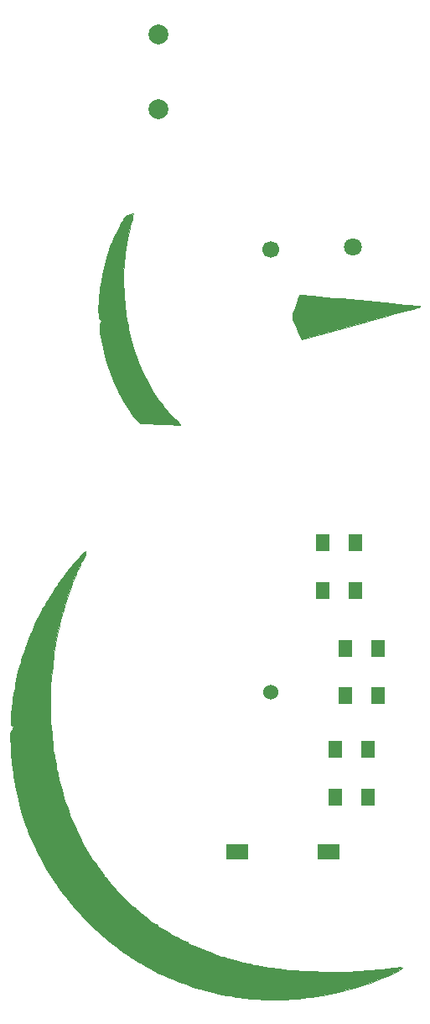
<source format=gbr>
G04 #@! TF.FileFunction,Soldermask,Top*
%FSLAX46Y46*%
G04 Gerber Fmt 4.6, Leading zero omitted, Abs format (unit mm)*
G04 Created by KiCad (PCBNEW 4.0.4-stable) date 12/07/16 00:33:37*
%MOMM*%
%LPD*%
G01*
G04 APERTURE LIST*
%ADD10C,0.100000*%
%ADD11C,0.010000*%
%ADD12C,1.700000*%
%ADD13C,1.524000*%
%ADD14R,1.400000X1.800000*%
%ADD15C,2.000000*%
%ADD16R,2.180000X1.600000*%
%ADD17C,1.800000*%
G04 APERTURE END LIST*
D10*
D11*
G36*
X207387615Y-115440739D02*
X207661062Y-115462928D01*
X208066503Y-115498023D01*
X208587623Y-115544481D01*
X209208106Y-115600758D01*
X209911636Y-115665313D01*
X210681899Y-115736601D01*
X211502577Y-115813079D01*
X212357355Y-115893204D01*
X213229917Y-115975433D01*
X214103948Y-116058223D01*
X214963131Y-116140030D01*
X215791152Y-116219312D01*
X216571693Y-116294524D01*
X217288440Y-116364125D01*
X217925076Y-116426570D01*
X218465286Y-116480317D01*
X218892753Y-116523822D01*
X219191163Y-116555542D01*
X219344199Y-116573934D01*
X219361224Y-116577336D01*
X219366944Y-116646578D01*
X219281479Y-116672741D01*
X219045448Y-116739465D01*
X218671780Y-116843215D01*
X218173398Y-116980455D01*
X217563229Y-117147648D01*
X216854199Y-117341260D01*
X216059235Y-117557754D01*
X215191261Y-117793594D01*
X214263204Y-118045245D01*
X213378464Y-118284706D01*
X207425262Y-119894589D01*
X207040910Y-119081961D01*
X206814343Y-118607563D01*
X206649553Y-118255077D01*
X206543044Y-117990165D01*
X206491317Y-117778494D01*
X206490875Y-117585727D01*
X206538221Y-117377529D01*
X206629857Y-117119564D01*
X206762286Y-116777498D01*
X206796914Y-116686577D01*
X206942421Y-116293036D01*
X207062743Y-115950906D01*
X207146315Y-115694313D01*
X207181566Y-115557379D01*
X207182000Y-115550635D01*
X207228487Y-115444075D01*
X207262480Y-115433000D01*
X207387615Y-115440739D01*
X207387615Y-115440739D01*
G37*
X207387615Y-115440739D02*
X207661062Y-115462928D01*
X208066503Y-115498023D01*
X208587623Y-115544481D01*
X209208106Y-115600758D01*
X209911636Y-115665313D01*
X210681899Y-115736601D01*
X211502577Y-115813079D01*
X212357355Y-115893204D01*
X213229917Y-115975433D01*
X214103948Y-116058223D01*
X214963131Y-116140030D01*
X215791152Y-116219312D01*
X216571693Y-116294524D01*
X217288440Y-116364125D01*
X217925076Y-116426570D01*
X218465286Y-116480317D01*
X218892753Y-116523822D01*
X219191163Y-116555542D01*
X219344199Y-116573934D01*
X219361224Y-116577336D01*
X219366944Y-116646578D01*
X219281479Y-116672741D01*
X219045448Y-116739465D01*
X218671780Y-116843215D01*
X218173398Y-116980455D01*
X217563229Y-117147648D01*
X216854199Y-117341260D01*
X216059235Y-117557754D01*
X215191261Y-117793594D01*
X214263204Y-118045245D01*
X213378464Y-118284706D01*
X207425262Y-119894589D01*
X207040910Y-119081961D01*
X206814343Y-118607563D01*
X206649553Y-118255077D01*
X206543044Y-117990165D01*
X206491317Y-117778494D01*
X206490875Y-117585727D01*
X206538221Y-117377529D01*
X206629857Y-117119564D01*
X206762286Y-116777498D01*
X206796914Y-116686577D01*
X206942421Y-116293036D01*
X207062743Y-115950906D01*
X207146315Y-115694313D01*
X207181566Y-115557379D01*
X207182000Y-115550635D01*
X207228487Y-115444075D01*
X207262480Y-115433000D01*
X207387615Y-115440739D01*
G36*
X185613536Y-141265040D02*
X185630195Y-141283407D01*
X185633460Y-141415745D01*
X185573087Y-141639814D01*
X185470277Y-141900796D01*
X185346230Y-142143874D01*
X185237947Y-142297667D01*
X185137147Y-142474627D01*
X185116999Y-142577325D01*
X185071446Y-142734582D01*
X184957239Y-142953957D01*
X184905333Y-143034813D01*
X184776780Y-143236930D01*
X184701669Y-143380039D01*
X184693666Y-143408812D01*
X184660882Y-143513794D01*
X184575844Y-143722380D01*
X184481999Y-143934066D01*
X184368622Y-144196225D01*
X184291805Y-144401190D01*
X184270333Y-144488057D01*
X184234154Y-144635696D01*
X184194358Y-144726316D01*
X184057076Y-145038936D01*
X183895764Y-145485338D01*
X183721712Y-146033691D01*
X183676748Y-146185667D01*
X183581763Y-146505673D01*
X183499831Y-146771782D01*
X183446441Y-146933886D01*
X183441249Y-146947667D01*
X183388340Y-147112149D01*
X183378429Y-147159334D01*
X183337179Y-147351849D01*
X183272262Y-147585673D01*
X183207471Y-147778964D01*
X183181508Y-147836667D01*
X183123183Y-147995662D01*
X183113607Y-148043736D01*
X183099245Y-148123191D01*
X183069997Y-148262905D01*
X183020938Y-148484922D01*
X182947144Y-148811285D01*
X182843692Y-149264040D01*
X182743786Y-149699334D01*
X182652260Y-150123669D01*
X182561152Y-150590739D01*
X182478468Y-151054503D01*
X182412215Y-151468916D01*
X182370398Y-151787937D01*
X182360979Y-151900667D01*
X182350411Y-152073892D01*
X182334079Y-152269493D01*
X182308482Y-152521171D01*
X182270118Y-152862624D01*
X182215486Y-153327551D01*
X182193825Y-153509334D01*
X182156099Y-153788079D01*
X182116152Y-154031294D01*
X182110629Y-154059667D01*
X182095296Y-154222324D01*
X182082736Y-154525831D01*
X182072968Y-154941728D01*
X182066008Y-155441554D01*
X182061876Y-155996848D01*
X182060589Y-156579149D01*
X182062163Y-157159997D01*
X182066618Y-157710932D01*
X182073971Y-158203491D01*
X182084239Y-158609216D01*
X182097441Y-158899645D01*
X182107544Y-159012667D01*
X182182585Y-159600990D01*
X182245237Y-160142321D01*
X182292304Y-160605517D01*
X182320586Y-160959439D01*
X182327425Y-161154258D01*
X182344005Y-161321330D01*
X182391023Y-161603889D01*
X182459874Y-161952651D01*
X182495704Y-162118135D01*
X182566567Y-162456817D01*
X182614709Y-162728088D01*
X182633738Y-162893480D01*
X182629805Y-162925084D01*
X182626351Y-163022872D01*
X182668032Y-163210938D01*
X182674047Y-163231207D01*
X182770847Y-163576376D01*
X182846845Y-163922583D01*
X182878583Y-164092667D01*
X182929064Y-164319740D01*
X183008279Y-164623901D01*
X183061854Y-164812334D01*
X183140976Y-165090708D01*
X183199228Y-165314572D01*
X183218632Y-165405000D01*
X183285799Y-165697337D01*
X183412656Y-166113766D01*
X183587946Y-166624628D01*
X183800412Y-167200261D01*
X184038797Y-167811004D01*
X184291844Y-168427197D01*
X184548295Y-169019178D01*
X184785634Y-169533812D01*
X184950761Y-169881603D01*
X185084862Y-170169415D01*
X185173275Y-170365411D01*
X185201666Y-170437080D01*
X185246929Y-170553246D01*
X185371305Y-170782140D01*
X185557670Y-171097161D01*
X185788903Y-171471708D01*
X186047883Y-171879178D01*
X186317487Y-172292971D01*
X186580593Y-172686484D01*
X186820080Y-173033116D01*
X187018826Y-173306267D01*
X187159709Y-173479333D01*
X187159981Y-173479625D01*
X187277101Y-173626491D01*
X187318333Y-173713936D01*
X187370440Y-173814640D01*
X187497058Y-173972297D01*
X187508833Y-173985211D01*
X187682225Y-174183279D01*
X187887181Y-174430255D01*
X187953333Y-174512792D01*
X188169020Y-174772978D01*
X188446659Y-175090127D01*
X188765517Y-175442486D01*
X189104861Y-175808301D01*
X189443958Y-176165816D01*
X189762076Y-176493278D01*
X190038482Y-176768934D01*
X190252443Y-176971028D01*
X190383226Y-177077807D01*
X190408590Y-177089000D01*
X190498815Y-177141198D01*
X190658861Y-177271424D01*
X190714930Y-177321834D01*
X190989783Y-177572957D01*
X191168099Y-177729772D01*
X191276804Y-177813859D01*
X191342828Y-177846797D01*
X191375277Y-177851000D01*
X191477160Y-177914515D01*
X191481111Y-177923186D01*
X191565007Y-178020987D01*
X191747641Y-178184692D01*
X191989195Y-178382854D01*
X192249855Y-178584027D01*
X192489803Y-178756766D01*
X192669223Y-178869625D01*
X192697009Y-178883473D01*
X192851343Y-178976978D01*
X192906333Y-179049924D01*
X192969657Y-179120208D01*
X192980742Y-179121000D01*
X193084124Y-179162127D01*
X193284226Y-179267642D01*
X193535083Y-179410743D01*
X193790730Y-179564631D01*
X194005203Y-179702503D01*
X194115557Y-179782687D01*
X194246973Y-179868997D01*
X194474073Y-179997405D01*
X194761583Y-180150223D01*
X195074228Y-180309759D01*
X195376735Y-180458326D01*
X195633828Y-180578233D01*
X195810233Y-180651791D01*
X195870963Y-180662990D01*
X195906987Y-180660973D01*
X195934463Y-180695680D01*
X196056294Y-180792385D01*
X196302888Y-180929025D01*
X196639171Y-181089625D01*
X197030068Y-181258211D01*
X197440506Y-181418809D01*
X197790548Y-181541019D01*
X198127062Y-181657875D01*
X198420959Y-181773132D01*
X198618236Y-181865312D01*
X198642500Y-181879835D01*
X198780659Y-181952453D01*
X198833000Y-181948918D01*
X198884662Y-181943572D01*
X198938833Y-181979388D01*
X199070499Y-182039723D01*
X199316042Y-182117493D01*
X199623423Y-182196300D01*
X199637333Y-182199485D01*
X200018732Y-182296946D01*
X200409159Y-182413394D01*
X200672701Y-182504701D01*
X200990206Y-182612445D01*
X201302526Y-182696014D01*
X201434701Y-182721326D01*
X201699668Y-182759858D01*
X201922032Y-182792261D01*
X201939996Y-182794884D01*
X202160124Y-182846587D01*
X202363330Y-182914211D01*
X202544457Y-182963715D01*
X202854076Y-183027375D01*
X203252611Y-183098691D01*
X203700485Y-183171167D01*
X204158122Y-183238304D01*
X204585944Y-183293603D01*
X204844333Y-183321582D01*
X205161249Y-183358617D01*
X205528887Y-183410544D01*
X205691000Y-183436422D01*
X206067337Y-183484906D01*
X206472968Y-183515960D01*
X206622333Y-183520873D01*
X206950911Y-183532208D01*
X207261754Y-183553940D01*
X207384333Y-183567461D01*
X207556416Y-183581375D01*
X207867772Y-183597211D01*
X208288365Y-183613818D01*
X208788163Y-183630044D01*
X209337131Y-183644741D01*
X209501000Y-183648547D01*
X210038759Y-183661082D01*
X210517457Y-183673166D01*
X210911894Y-183684087D01*
X211196867Y-183693132D01*
X211347174Y-183699589D01*
X211363666Y-183701195D01*
X211462151Y-183705476D01*
X211565725Y-183697761D01*
X211799004Y-183683134D01*
X212122615Y-183664009D01*
X212351151Y-183650962D01*
X212753422Y-183624997D01*
X213131198Y-183594884D01*
X213426115Y-183565504D01*
X213520854Y-183553134D01*
X213778377Y-183522924D01*
X214128960Y-183492748D01*
X214494521Y-183469266D01*
X215065915Y-183434029D01*
X215572541Y-183387990D01*
X216118959Y-183321448D01*
X216189666Y-183311962D01*
X216630921Y-183259269D01*
X217026052Y-183224878D01*
X217344412Y-183210229D01*
X217555353Y-183216759D01*
X217628347Y-183244463D01*
X217551838Y-183330490D01*
X217337856Y-183464955D01*
X217008027Y-183638311D01*
X216583973Y-183841009D01*
X216087318Y-184063502D01*
X215539685Y-184296242D01*
X214962700Y-184529680D01*
X214377984Y-184754268D01*
X213807162Y-184960459D01*
X213522666Y-185057350D01*
X212809222Y-185277412D01*
X212008346Y-185495456D01*
X211164916Y-185701387D01*
X210323810Y-185885112D01*
X209529906Y-186036538D01*
X208828082Y-186145570D01*
X208527333Y-186180872D01*
X208247330Y-186209970D01*
X207896231Y-186247628D01*
X207680666Y-186271256D01*
X206950094Y-186348676D01*
X206341130Y-186404001D01*
X205807870Y-186439908D01*
X205304413Y-186459071D01*
X204784853Y-186464168D01*
X204421000Y-186461260D01*
X203925651Y-186451128D01*
X203438251Y-186434856D01*
X203009259Y-186414530D01*
X202689135Y-186392237D01*
X202643000Y-186387766D01*
X202233628Y-186345962D01*
X201784419Y-186301282D01*
X201542333Y-186277775D01*
X201156362Y-186233647D01*
X200752352Y-186176534D01*
X200526333Y-186138470D01*
X200212258Y-186080736D01*
X199925313Y-186029104D01*
X199806666Y-186008340D01*
X199471310Y-185942742D01*
X199005106Y-185839701D01*
X198440484Y-185706642D01*
X197817000Y-185552784D01*
X197476515Y-185467422D01*
X197190209Y-185396348D01*
X197004444Y-185351045D01*
X196970333Y-185343082D01*
X196857949Y-185310958D01*
X196843333Y-185301667D01*
X196775367Y-185274622D01*
X196716333Y-185259593D01*
X196468033Y-185186661D01*
X196100005Y-185057981D01*
X195642683Y-184886091D01*
X195126502Y-184683531D01*
X194581896Y-184462840D01*
X194039302Y-184236557D01*
X193529154Y-184017223D01*
X193081886Y-183817376D01*
X192727933Y-183649555D01*
X192497732Y-183526300D01*
X192475845Y-183512489D01*
X192275489Y-183392900D01*
X192007583Y-183246498D01*
X191890333Y-183185864D01*
X191662867Y-183064589D01*
X191505304Y-182969282D01*
X191467000Y-182938456D01*
X191370399Y-182875098D01*
X191172260Y-182775142D01*
X191044476Y-182716997D01*
X190729771Y-182554724D01*
X190408350Y-182353540D01*
X190324809Y-182293296D01*
X190036698Y-182086905D01*
X189730504Y-181884019D01*
X189646666Y-181832098D01*
X189436345Y-181700005D01*
X189293916Y-181601106D01*
X189265666Y-181576365D01*
X189183446Y-181508604D01*
X188993693Y-181364896D01*
X188726596Y-181167819D01*
X188478195Y-180987395D01*
X188162132Y-180753087D01*
X187892072Y-180541382D01*
X187701721Y-180379377D01*
X187631528Y-180306766D01*
X187517876Y-180185936D01*
X187312015Y-179999434D01*
X187055834Y-179784986D01*
X187022000Y-179757806D01*
X186797069Y-179563911D01*
X186488100Y-179278624D01*
X186127311Y-178933673D01*
X185746921Y-178560783D01*
X185379149Y-178191683D01*
X185056211Y-177858098D01*
X184810328Y-177591757D01*
X184741751Y-177512334D01*
X184174125Y-176820830D01*
X183618796Y-176120531D01*
X183093575Y-175435375D01*
X182616273Y-174789303D01*
X182204701Y-174206255D01*
X181876670Y-173710169D01*
X181718203Y-173448334D01*
X181453874Y-172973249D01*
X181168838Y-172435686D01*
X180875707Y-171861990D01*
X180587093Y-171278509D01*
X180315606Y-170711588D01*
X180073858Y-170187575D01*
X179874460Y-169732816D01*
X179730024Y-169373656D01*
X179653160Y-169136444D01*
X179652188Y-169132188D01*
X179611500Y-168997288D01*
X179527955Y-168748533D01*
X179416868Y-168431097D01*
X179370711Y-168302110D01*
X179263095Y-167998155D01*
X179173907Y-167729401D01*
X179093474Y-167460271D01*
X179012123Y-167155187D01*
X178920181Y-166778571D01*
X178807975Y-166294846D01*
X178721147Y-165913000D01*
X178632812Y-165520846D01*
X178566182Y-165214130D01*
X178513085Y-164947573D01*
X178465349Y-164675893D01*
X178414804Y-164353809D01*
X178353277Y-163936040D01*
X178308611Y-163627000D01*
X178230824Y-163079239D01*
X178173197Y-162642233D01*
X178130940Y-162264515D01*
X178099260Y-161894619D01*
X178073367Y-161481076D01*
X178048468Y-160972419D01*
X178036591Y-160705170D01*
X178016836Y-160208088D01*
X178009169Y-159852920D01*
X178015220Y-159612570D01*
X178036618Y-159459942D01*
X178074994Y-159367939D01*
X178119987Y-159318970D01*
X178234076Y-159174087D01*
X178259000Y-159086967D01*
X178311049Y-158981158D01*
X178348663Y-158970334D01*
X178397540Y-158917714D01*
X178382432Y-158879895D01*
X178266776Y-158824188D01*
X178208102Y-158834904D01*
X178101712Y-158821543D01*
X178083886Y-158777176D01*
X178079519Y-158557996D01*
X178082733Y-158245941D01*
X178091842Y-157892280D01*
X178105160Y-157548284D01*
X178121001Y-157265220D01*
X178137679Y-157094360D01*
X178139562Y-157084282D01*
X178168640Y-156898090D01*
X178202475Y-156614917D01*
X178225129Y-156388000D01*
X178264277Y-156064252D01*
X178315852Y-155771171D01*
X178351474Y-155629887D01*
X178409130Y-155392551D01*
X178461450Y-155084553D01*
X178477990Y-154952554D01*
X178521118Y-154658304D01*
X178591685Y-154282177D01*
X178678746Y-153872827D01*
X178771356Y-153478910D01*
X178858570Y-153149081D01*
X178929444Y-152931995D01*
X178935959Y-152916667D01*
X179008107Y-152706047D01*
X179059830Y-152493334D01*
X179109799Y-152231849D01*
X179147446Y-152033882D01*
X179211367Y-151838968D01*
X179273018Y-151741782D01*
X179353047Y-151583270D01*
X179360608Y-151523900D01*
X179391079Y-151381565D01*
X179471411Y-151123327D01*
X179586508Y-150789666D01*
X179721273Y-150421057D01*
X179860611Y-150057978D01*
X179989425Y-149740907D01*
X180092620Y-149510320D01*
X180147355Y-149414380D01*
X180224189Y-149299914D01*
X180231396Y-149264711D01*
X180251512Y-149167978D01*
X180335913Y-148952287D01*
X180470099Y-148648568D01*
X180639572Y-148287752D01*
X180829832Y-147900768D01*
X181026378Y-147518549D01*
X181200802Y-147196787D01*
X181329574Y-146965355D01*
X181499096Y-146658806D01*
X181643069Y-146397334D01*
X181847848Y-146046847D01*
X182093503Y-145657448D01*
X182279826Y-145381334D01*
X182479126Y-145089051D01*
X182655613Y-144814215D01*
X182769408Y-144619334D01*
X182913039Y-144383658D01*
X183057924Y-144196000D01*
X183188752Y-144038851D01*
X183373396Y-143798313D01*
X183546972Y-143561000D01*
X183788075Y-143238309D01*
X184056961Y-142900414D01*
X184223029Y-142703877D01*
X184646188Y-142223048D01*
X184972035Y-141856664D01*
X185214056Y-141591114D01*
X185385733Y-141412788D01*
X185500549Y-141308074D01*
X185571989Y-141263362D01*
X185613536Y-141265040D01*
X185613536Y-141265040D01*
G37*
X185613536Y-141265040D02*
X185630195Y-141283407D01*
X185633460Y-141415745D01*
X185573087Y-141639814D01*
X185470277Y-141900796D01*
X185346230Y-142143874D01*
X185237947Y-142297667D01*
X185137147Y-142474627D01*
X185116999Y-142577325D01*
X185071446Y-142734582D01*
X184957239Y-142953957D01*
X184905333Y-143034813D01*
X184776780Y-143236930D01*
X184701669Y-143380039D01*
X184693666Y-143408812D01*
X184660882Y-143513794D01*
X184575844Y-143722380D01*
X184481999Y-143934066D01*
X184368622Y-144196225D01*
X184291805Y-144401190D01*
X184270333Y-144488057D01*
X184234154Y-144635696D01*
X184194358Y-144726316D01*
X184057076Y-145038936D01*
X183895764Y-145485338D01*
X183721712Y-146033691D01*
X183676748Y-146185667D01*
X183581763Y-146505673D01*
X183499831Y-146771782D01*
X183446441Y-146933886D01*
X183441249Y-146947667D01*
X183388340Y-147112149D01*
X183378429Y-147159334D01*
X183337179Y-147351849D01*
X183272262Y-147585673D01*
X183207471Y-147778964D01*
X183181508Y-147836667D01*
X183123183Y-147995662D01*
X183113607Y-148043736D01*
X183099245Y-148123191D01*
X183069997Y-148262905D01*
X183020938Y-148484922D01*
X182947144Y-148811285D01*
X182843692Y-149264040D01*
X182743786Y-149699334D01*
X182652260Y-150123669D01*
X182561152Y-150590739D01*
X182478468Y-151054503D01*
X182412215Y-151468916D01*
X182370398Y-151787937D01*
X182360979Y-151900667D01*
X182350411Y-152073892D01*
X182334079Y-152269493D01*
X182308482Y-152521171D01*
X182270118Y-152862624D01*
X182215486Y-153327551D01*
X182193825Y-153509334D01*
X182156099Y-153788079D01*
X182116152Y-154031294D01*
X182110629Y-154059667D01*
X182095296Y-154222324D01*
X182082736Y-154525831D01*
X182072968Y-154941728D01*
X182066008Y-155441554D01*
X182061876Y-155996848D01*
X182060589Y-156579149D01*
X182062163Y-157159997D01*
X182066618Y-157710932D01*
X182073971Y-158203491D01*
X182084239Y-158609216D01*
X182097441Y-158899645D01*
X182107544Y-159012667D01*
X182182585Y-159600990D01*
X182245237Y-160142321D01*
X182292304Y-160605517D01*
X182320586Y-160959439D01*
X182327425Y-161154258D01*
X182344005Y-161321330D01*
X182391023Y-161603889D01*
X182459874Y-161952651D01*
X182495704Y-162118135D01*
X182566567Y-162456817D01*
X182614709Y-162728088D01*
X182633738Y-162893480D01*
X182629805Y-162925084D01*
X182626351Y-163022872D01*
X182668032Y-163210938D01*
X182674047Y-163231207D01*
X182770847Y-163576376D01*
X182846845Y-163922583D01*
X182878583Y-164092667D01*
X182929064Y-164319740D01*
X183008279Y-164623901D01*
X183061854Y-164812334D01*
X183140976Y-165090708D01*
X183199228Y-165314572D01*
X183218632Y-165405000D01*
X183285799Y-165697337D01*
X183412656Y-166113766D01*
X183587946Y-166624628D01*
X183800412Y-167200261D01*
X184038797Y-167811004D01*
X184291844Y-168427197D01*
X184548295Y-169019178D01*
X184785634Y-169533812D01*
X184950761Y-169881603D01*
X185084862Y-170169415D01*
X185173275Y-170365411D01*
X185201666Y-170437080D01*
X185246929Y-170553246D01*
X185371305Y-170782140D01*
X185557670Y-171097161D01*
X185788903Y-171471708D01*
X186047883Y-171879178D01*
X186317487Y-172292971D01*
X186580593Y-172686484D01*
X186820080Y-173033116D01*
X187018826Y-173306267D01*
X187159709Y-173479333D01*
X187159981Y-173479625D01*
X187277101Y-173626491D01*
X187318333Y-173713936D01*
X187370440Y-173814640D01*
X187497058Y-173972297D01*
X187508833Y-173985211D01*
X187682225Y-174183279D01*
X187887181Y-174430255D01*
X187953333Y-174512792D01*
X188169020Y-174772978D01*
X188446659Y-175090127D01*
X188765517Y-175442486D01*
X189104861Y-175808301D01*
X189443958Y-176165816D01*
X189762076Y-176493278D01*
X190038482Y-176768934D01*
X190252443Y-176971028D01*
X190383226Y-177077807D01*
X190408590Y-177089000D01*
X190498815Y-177141198D01*
X190658861Y-177271424D01*
X190714930Y-177321834D01*
X190989783Y-177572957D01*
X191168099Y-177729772D01*
X191276804Y-177813859D01*
X191342828Y-177846797D01*
X191375277Y-177851000D01*
X191477160Y-177914515D01*
X191481111Y-177923186D01*
X191565007Y-178020987D01*
X191747641Y-178184692D01*
X191989195Y-178382854D01*
X192249855Y-178584027D01*
X192489803Y-178756766D01*
X192669223Y-178869625D01*
X192697009Y-178883473D01*
X192851343Y-178976978D01*
X192906333Y-179049924D01*
X192969657Y-179120208D01*
X192980742Y-179121000D01*
X193084124Y-179162127D01*
X193284226Y-179267642D01*
X193535083Y-179410743D01*
X193790730Y-179564631D01*
X194005203Y-179702503D01*
X194115557Y-179782687D01*
X194246973Y-179868997D01*
X194474073Y-179997405D01*
X194761583Y-180150223D01*
X195074228Y-180309759D01*
X195376735Y-180458326D01*
X195633828Y-180578233D01*
X195810233Y-180651791D01*
X195870963Y-180662990D01*
X195906987Y-180660973D01*
X195934463Y-180695680D01*
X196056294Y-180792385D01*
X196302888Y-180929025D01*
X196639171Y-181089625D01*
X197030068Y-181258211D01*
X197440506Y-181418809D01*
X197790548Y-181541019D01*
X198127062Y-181657875D01*
X198420959Y-181773132D01*
X198618236Y-181865312D01*
X198642500Y-181879835D01*
X198780659Y-181952453D01*
X198833000Y-181948918D01*
X198884662Y-181943572D01*
X198938833Y-181979388D01*
X199070499Y-182039723D01*
X199316042Y-182117493D01*
X199623423Y-182196300D01*
X199637333Y-182199485D01*
X200018732Y-182296946D01*
X200409159Y-182413394D01*
X200672701Y-182504701D01*
X200990206Y-182612445D01*
X201302526Y-182696014D01*
X201434701Y-182721326D01*
X201699668Y-182759858D01*
X201922032Y-182792261D01*
X201939996Y-182794884D01*
X202160124Y-182846587D01*
X202363330Y-182914211D01*
X202544457Y-182963715D01*
X202854076Y-183027375D01*
X203252611Y-183098691D01*
X203700485Y-183171167D01*
X204158122Y-183238304D01*
X204585944Y-183293603D01*
X204844333Y-183321582D01*
X205161249Y-183358617D01*
X205528887Y-183410544D01*
X205691000Y-183436422D01*
X206067337Y-183484906D01*
X206472968Y-183515960D01*
X206622333Y-183520873D01*
X206950911Y-183532208D01*
X207261754Y-183553940D01*
X207384333Y-183567461D01*
X207556416Y-183581375D01*
X207867772Y-183597211D01*
X208288365Y-183613818D01*
X208788163Y-183630044D01*
X209337131Y-183644741D01*
X209501000Y-183648547D01*
X210038759Y-183661082D01*
X210517457Y-183673166D01*
X210911894Y-183684087D01*
X211196867Y-183693132D01*
X211347174Y-183699589D01*
X211363666Y-183701195D01*
X211462151Y-183705476D01*
X211565725Y-183697761D01*
X211799004Y-183683134D01*
X212122615Y-183664009D01*
X212351151Y-183650962D01*
X212753422Y-183624997D01*
X213131198Y-183594884D01*
X213426115Y-183565504D01*
X213520854Y-183553134D01*
X213778377Y-183522924D01*
X214128960Y-183492748D01*
X214494521Y-183469266D01*
X215065915Y-183434029D01*
X215572541Y-183387990D01*
X216118959Y-183321448D01*
X216189666Y-183311962D01*
X216630921Y-183259269D01*
X217026052Y-183224878D01*
X217344412Y-183210229D01*
X217555353Y-183216759D01*
X217628347Y-183244463D01*
X217551838Y-183330490D01*
X217337856Y-183464955D01*
X217008027Y-183638311D01*
X216583973Y-183841009D01*
X216087318Y-184063502D01*
X215539685Y-184296242D01*
X214962700Y-184529680D01*
X214377984Y-184754268D01*
X213807162Y-184960459D01*
X213522666Y-185057350D01*
X212809222Y-185277412D01*
X212008346Y-185495456D01*
X211164916Y-185701387D01*
X210323810Y-185885112D01*
X209529906Y-186036538D01*
X208828082Y-186145570D01*
X208527333Y-186180872D01*
X208247330Y-186209970D01*
X207896231Y-186247628D01*
X207680666Y-186271256D01*
X206950094Y-186348676D01*
X206341130Y-186404001D01*
X205807870Y-186439908D01*
X205304413Y-186459071D01*
X204784853Y-186464168D01*
X204421000Y-186461260D01*
X203925651Y-186451128D01*
X203438251Y-186434856D01*
X203009259Y-186414530D01*
X202689135Y-186392237D01*
X202643000Y-186387766D01*
X202233628Y-186345962D01*
X201784419Y-186301282D01*
X201542333Y-186277775D01*
X201156362Y-186233647D01*
X200752352Y-186176534D01*
X200526333Y-186138470D01*
X200212258Y-186080736D01*
X199925313Y-186029104D01*
X199806666Y-186008340D01*
X199471310Y-185942742D01*
X199005106Y-185839701D01*
X198440484Y-185706642D01*
X197817000Y-185552784D01*
X197476515Y-185467422D01*
X197190209Y-185396348D01*
X197004444Y-185351045D01*
X196970333Y-185343082D01*
X196857949Y-185310958D01*
X196843333Y-185301667D01*
X196775367Y-185274622D01*
X196716333Y-185259593D01*
X196468033Y-185186661D01*
X196100005Y-185057981D01*
X195642683Y-184886091D01*
X195126502Y-184683531D01*
X194581896Y-184462840D01*
X194039302Y-184236557D01*
X193529154Y-184017223D01*
X193081886Y-183817376D01*
X192727933Y-183649555D01*
X192497732Y-183526300D01*
X192475845Y-183512489D01*
X192275489Y-183392900D01*
X192007583Y-183246498D01*
X191890333Y-183185864D01*
X191662867Y-183064589D01*
X191505304Y-182969282D01*
X191467000Y-182938456D01*
X191370399Y-182875098D01*
X191172260Y-182775142D01*
X191044476Y-182716997D01*
X190729771Y-182554724D01*
X190408350Y-182353540D01*
X190324809Y-182293296D01*
X190036698Y-182086905D01*
X189730504Y-181884019D01*
X189646666Y-181832098D01*
X189436345Y-181700005D01*
X189293916Y-181601106D01*
X189265666Y-181576365D01*
X189183446Y-181508604D01*
X188993693Y-181364896D01*
X188726596Y-181167819D01*
X188478195Y-180987395D01*
X188162132Y-180753087D01*
X187892072Y-180541382D01*
X187701721Y-180379377D01*
X187631528Y-180306766D01*
X187517876Y-180185936D01*
X187312015Y-179999434D01*
X187055834Y-179784986D01*
X187022000Y-179757806D01*
X186797069Y-179563911D01*
X186488100Y-179278624D01*
X186127311Y-178933673D01*
X185746921Y-178560783D01*
X185379149Y-178191683D01*
X185056211Y-177858098D01*
X184810328Y-177591757D01*
X184741751Y-177512334D01*
X184174125Y-176820830D01*
X183618796Y-176120531D01*
X183093575Y-175435375D01*
X182616273Y-174789303D01*
X182204701Y-174206255D01*
X181876670Y-173710169D01*
X181718203Y-173448334D01*
X181453874Y-172973249D01*
X181168838Y-172435686D01*
X180875707Y-171861990D01*
X180587093Y-171278509D01*
X180315606Y-170711588D01*
X180073858Y-170187575D01*
X179874460Y-169732816D01*
X179730024Y-169373656D01*
X179653160Y-169136444D01*
X179652188Y-169132188D01*
X179611500Y-168997288D01*
X179527955Y-168748533D01*
X179416868Y-168431097D01*
X179370711Y-168302110D01*
X179263095Y-167998155D01*
X179173907Y-167729401D01*
X179093474Y-167460271D01*
X179012123Y-167155187D01*
X178920181Y-166778571D01*
X178807975Y-166294846D01*
X178721147Y-165913000D01*
X178632812Y-165520846D01*
X178566182Y-165214130D01*
X178513085Y-164947573D01*
X178465349Y-164675893D01*
X178414804Y-164353809D01*
X178353277Y-163936040D01*
X178308611Y-163627000D01*
X178230824Y-163079239D01*
X178173197Y-162642233D01*
X178130940Y-162264515D01*
X178099260Y-161894619D01*
X178073367Y-161481076D01*
X178048468Y-160972419D01*
X178036591Y-160705170D01*
X178016836Y-160208088D01*
X178009169Y-159852920D01*
X178015220Y-159612570D01*
X178036618Y-159459942D01*
X178074994Y-159367939D01*
X178119987Y-159318970D01*
X178234076Y-159174087D01*
X178259000Y-159086967D01*
X178311049Y-158981158D01*
X178348663Y-158970334D01*
X178397540Y-158917714D01*
X178382432Y-158879895D01*
X178266776Y-158824188D01*
X178208102Y-158834904D01*
X178101712Y-158821543D01*
X178083886Y-158777176D01*
X178079519Y-158557996D01*
X178082733Y-158245941D01*
X178091842Y-157892280D01*
X178105160Y-157548284D01*
X178121001Y-157265220D01*
X178137679Y-157094360D01*
X178139562Y-157084282D01*
X178168640Y-156898090D01*
X178202475Y-156614917D01*
X178225129Y-156388000D01*
X178264277Y-156064252D01*
X178315852Y-155771171D01*
X178351474Y-155629887D01*
X178409130Y-155392551D01*
X178461450Y-155084553D01*
X178477990Y-154952554D01*
X178521118Y-154658304D01*
X178591685Y-154282177D01*
X178678746Y-153872827D01*
X178771356Y-153478910D01*
X178858570Y-153149081D01*
X178929444Y-152931995D01*
X178935959Y-152916667D01*
X179008107Y-152706047D01*
X179059830Y-152493334D01*
X179109799Y-152231849D01*
X179147446Y-152033882D01*
X179211367Y-151838968D01*
X179273018Y-151741782D01*
X179353047Y-151583270D01*
X179360608Y-151523900D01*
X179391079Y-151381565D01*
X179471411Y-151123327D01*
X179586508Y-150789666D01*
X179721273Y-150421057D01*
X179860611Y-150057978D01*
X179989425Y-149740907D01*
X180092620Y-149510320D01*
X180147355Y-149414380D01*
X180224189Y-149299914D01*
X180231396Y-149264711D01*
X180251512Y-149167978D01*
X180335913Y-148952287D01*
X180470099Y-148648568D01*
X180639572Y-148287752D01*
X180829832Y-147900768D01*
X181026378Y-147518549D01*
X181200802Y-147196787D01*
X181329574Y-146965355D01*
X181499096Y-146658806D01*
X181643069Y-146397334D01*
X181847848Y-146046847D01*
X182093503Y-145657448D01*
X182279826Y-145381334D01*
X182479126Y-145089051D01*
X182655613Y-144814215D01*
X182769408Y-144619334D01*
X182913039Y-144383658D01*
X183057924Y-144196000D01*
X183188752Y-144038851D01*
X183373396Y-143798313D01*
X183546972Y-143561000D01*
X183788075Y-143238309D01*
X184056961Y-142900414D01*
X184223029Y-142703877D01*
X184646188Y-142223048D01*
X184972035Y-141856664D01*
X185214056Y-141591114D01*
X185385733Y-141412788D01*
X185500549Y-141308074D01*
X185571989Y-141263362D01*
X185613536Y-141265040D01*
G36*
X190370592Y-107506075D02*
X190304788Y-107771847D01*
X190222374Y-108085270D01*
X190199142Y-108170334D01*
X190126225Y-108452296D01*
X190070011Y-108700802D01*
X190058343Y-108763000D01*
X190014503Y-108974146D01*
X189981384Y-109091336D01*
X189915393Y-109331236D01*
X189837003Y-109700874D01*
X189752983Y-110161747D01*
X189670102Y-110675347D01*
X189595129Y-111203170D01*
X189558069Y-111499507D01*
X189485645Y-112325685D01*
X189446626Y-113252450D01*
X189441637Y-114214257D01*
X189471302Y-115145564D01*
X189517196Y-115790334D01*
X189558565Y-116242620D01*
X189600566Y-116708593D01*
X189636606Y-117114878D01*
X189649957Y-117268355D01*
X189680383Y-117570515D01*
X189712024Y-117803400D01*
X189738186Y-117918009D01*
X189738873Y-117919200D01*
X189768089Y-118022773D01*
X189818582Y-118257369D01*
X189883013Y-118587115D01*
X189947433Y-118938846D01*
X190176821Y-119955741D01*
X190514148Y-121057046D01*
X190947030Y-122208023D01*
X191463084Y-123373932D01*
X191700973Y-123858370D01*
X191955112Y-124347524D01*
X192209891Y-124814585D01*
X192446255Y-125226282D01*
X192645147Y-125549345D01*
X192778024Y-125738898D01*
X193013511Y-126037962D01*
X193284300Y-126389935D01*
X193495632Y-126670312D01*
X193718240Y-126944640D01*
X194020748Y-127283980D01*
X194358135Y-127639029D01*
X194596299Y-127875673D01*
X194899033Y-128172109D01*
X195089171Y-128371703D01*
X195179448Y-128491483D01*
X195182598Y-128548477D01*
X195111354Y-128559714D01*
X195107666Y-128559487D01*
X194947488Y-128550253D01*
X194656055Y-128534606D01*
X194271238Y-128514539D01*
X193830907Y-128492046D01*
X193710666Y-128485978D01*
X193197920Y-128462233D01*
X192668495Y-128441198D01*
X192183479Y-128425104D01*
X191803964Y-128416176D01*
X191791676Y-128415997D01*
X191432058Y-128407274D01*
X191197081Y-128385558D01*
X191042059Y-128339081D01*
X190922306Y-128256071D01*
X190828265Y-128162241D01*
X190585398Y-127873876D01*
X190290979Y-127477133D01*
X189972342Y-127013470D01*
X189656816Y-126524348D01*
X189371735Y-126051225D01*
X189144430Y-125635560D01*
X189090990Y-125527000D01*
X188904674Y-125140034D01*
X188711417Y-124746638D01*
X188545544Y-124416483D01*
X188507023Y-124341667D01*
X188273029Y-123826661D01*
X188031530Y-123179665D01*
X187792664Y-122437098D01*
X187566566Y-121635383D01*
X187363375Y-120810940D01*
X187193226Y-120000191D01*
X187066257Y-119239555D01*
X187046715Y-119094922D01*
X187008988Y-118747863D01*
X187006889Y-118516232D01*
X187043780Y-118349227D01*
X187104173Y-118227088D01*
X187188395Y-118064725D01*
X187177388Y-118000211D01*
X187120046Y-117991667D01*
X187044913Y-117913205D01*
X186982039Y-117702252D01*
X186935587Y-117395455D01*
X186909722Y-117029464D01*
X186908608Y-116640926D01*
X186930182Y-116320793D01*
X186963621Y-115974276D01*
X186999040Y-115555760D01*
X187025665Y-115199418D01*
X187078362Y-114718370D01*
X187174329Y-114119562D01*
X187304168Y-113446171D01*
X187458486Y-112741371D01*
X187627885Y-112048339D01*
X187802971Y-111410249D01*
X187956493Y-110922000D01*
X188093569Y-110556009D01*
X188276616Y-110118010D01*
X188491259Y-109637411D01*
X188723127Y-109143621D01*
X188957846Y-108666048D01*
X189181042Y-108234099D01*
X189378342Y-107877185D01*
X189535372Y-107624713D01*
X189618753Y-107520953D01*
X189840750Y-107378541D01*
X190110452Y-107283229D01*
X190126408Y-107280097D01*
X190436817Y-107222816D01*
X190370592Y-107506075D01*
X190370592Y-107506075D01*
G37*
X190370592Y-107506075D02*
X190304788Y-107771847D01*
X190222374Y-108085270D01*
X190199142Y-108170334D01*
X190126225Y-108452296D01*
X190070011Y-108700802D01*
X190058343Y-108763000D01*
X190014503Y-108974146D01*
X189981384Y-109091336D01*
X189915393Y-109331236D01*
X189837003Y-109700874D01*
X189752983Y-110161747D01*
X189670102Y-110675347D01*
X189595129Y-111203170D01*
X189558069Y-111499507D01*
X189485645Y-112325685D01*
X189446626Y-113252450D01*
X189441637Y-114214257D01*
X189471302Y-115145564D01*
X189517196Y-115790334D01*
X189558565Y-116242620D01*
X189600566Y-116708593D01*
X189636606Y-117114878D01*
X189649957Y-117268355D01*
X189680383Y-117570515D01*
X189712024Y-117803400D01*
X189738186Y-117918009D01*
X189738873Y-117919200D01*
X189768089Y-118022773D01*
X189818582Y-118257369D01*
X189883013Y-118587115D01*
X189947433Y-118938846D01*
X190176821Y-119955741D01*
X190514148Y-121057046D01*
X190947030Y-122208023D01*
X191463084Y-123373932D01*
X191700973Y-123858370D01*
X191955112Y-124347524D01*
X192209891Y-124814585D01*
X192446255Y-125226282D01*
X192645147Y-125549345D01*
X192778024Y-125738898D01*
X193013511Y-126037962D01*
X193284300Y-126389935D01*
X193495632Y-126670312D01*
X193718240Y-126944640D01*
X194020748Y-127283980D01*
X194358135Y-127639029D01*
X194596299Y-127875673D01*
X194899033Y-128172109D01*
X195089171Y-128371703D01*
X195179448Y-128491483D01*
X195182598Y-128548477D01*
X195111354Y-128559714D01*
X195107666Y-128559487D01*
X194947488Y-128550253D01*
X194656055Y-128534606D01*
X194271238Y-128514539D01*
X193830907Y-128492046D01*
X193710666Y-128485978D01*
X193197920Y-128462233D01*
X192668495Y-128441198D01*
X192183479Y-128425104D01*
X191803964Y-128416176D01*
X191791676Y-128415997D01*
X191432058Y-128407274D01*
X191197081Y-128385558D01*
X191042059Y-128339081D01*
X190922306Y-128256071D01*
X190828265Y-128162241D01*
X190585398Y-127873876D01*
X190290979Y-127477133D01*
X189972342Y-127013470D01*
X189656816Y-126524348D01*
X189371735Y-126051225D01*
X189144430Y-125635560D01*
X189090990Y-125527000D01*
X188904674Y-125140034D01*
X188711417Y-124746638D01*
X188545544Y-124416483D01*
X188507023Y-124341667D01*
X188273029Y-123826661D01*
X188031530Y-123179665D01*
X187792664Y-122437098D01*
X187566566Y-121635383D01*
X187363375Y-120810940D01*
X187193226Y-120000191D01*
X187066257Y-119239555D01*
X187046715Y-119094922D01*
X187008988Y-118747863D01*
X187006889Y-118516232D01*
X187043780Y-118349227D01*
X187104173Y-118227088D01*
X187188395Y-118064725D01*
X187177388Y-118000211D01*
X187120046Y-117991667D01*
X187044913Y-117913205D01*
X186982039Y-117702252D01*
X186935587Y-117395455D01*
X186909722Y-117029464D01*
X186908608Y-116640926D01*
X186930182Y-116320793D01*
X186963621Y-115974276D01*
X186999040Y-115555760D01*
X187025665Y-115199418D01*
X187078362Y-114718370D01*
X187174329Y-114119562D01*
X187304168Y-113446171D01*
X187458486Y-112741371D01*
X187627885Y-112048339D01*
X187802971Y-111410249D01*
X187956493Y-110922000D01*
X188093569Y-110556009D01*
X188276616Y-110118010D01*
X188491259Y-109637411D01*
X188723127Y-109143621D01*
X188957846Y-108666048D01*
X189181042Y-108234099D01*
X189378342Y-107877185D01*
X189535372Y-107624713D01*
X189618753Y-107520953D01*
X189840750Y-107378541D01*
X190110452Y-107283229D01*
X190126408Y-107280097D01*
X190436817Y-107222816D01*
X190370592Y-107506075D01*
D12*
X204350000Y-110825000D03*
D13*
X204350000Y-155525000D03*
D14*
X212875000Y-140400000D03*
X209575000Y-140400000D03*
X209575000Y-145200000D03*
X212875000Y-145200000D03*
X215125000Y-151050000D03*
X211825000Y-151050000D03*
X211825000Y-155850000D03*
X215125000Y-155850000D03*
D15*
X192950000Y-89150000D03*
X192950000Y-96749680D03*
D14*
X214150000Y-161275000D03*
X210850000Y-161275000D03*
X210850000Y-166075000D03*
X214150000Y-166075000D03*
D16*
X210152430Y-171577320D03*
X200947570Y-171572680D03*
D17*
X212575000Y-110625000D03*
M02*

</source>
